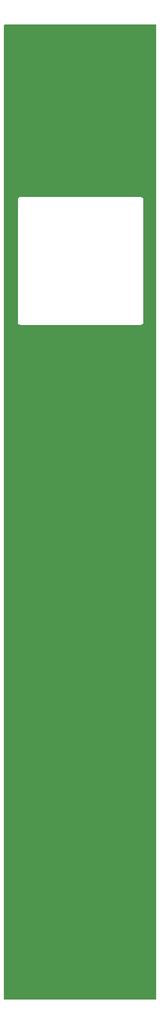
<source format=gbr>
%TF.GenerationSoftware,KiCad,Pcbnew,7.0.1*%
%TF.CreationDate,2023-03-30T11:00:37+01:00*%
%TF.ProjectId,Base_Panel,42617365-5f50-4616-9e65-6c2e6b696361,rev?*%
%TF.SameCoordinates,Original*%
%TF.FileFunction,Copper,L1,Top*%
%TF.FilePolarity,Positive*%
%FSLAX46Y46*%
G04 Gerber Fmt 4.6, Leading zero omitted, Abs format (unit mm)*
G04 Created by KiCad (PCBNEW 7.0.1) date 2023-03-30 11:00:37*
%MOMM*%
%LPD*%
G01*
G04 APERTURE LIST*
G04 APERTURE END LIST*
%TA.AperFunction,NonConductor*%
G36*
X69336500Y-41017381D02*
G01*
X69382619Y-41063500D01*
X69399500Y-41126500D01*
X69399500Y-169173500D01*
X69382619Y-169236500D01*
X69336500Y-169282619D01*
X69273500Y-169299500D01*
X49426500Y-169299500D01*
X49363500Y-169282619D01*
X49317381Y-169236500D01*
X49300500Y-169173500D01*
X49300500Y-80168260D01*
X51137973Y-80168260D01*
X51161387Y-80268185D01*
X51188794Y-80319500D01*
X51209739Y-80358716D01*
X51279766Y-80433748D01*
X51366748Y-80488224D01*
X51464823Y-80518471D01*
X51484721Y-80519228D01*
X51491861Y-80520500D01*
X51504083Y-80520500D01*
X51515626Y-80520500D01*
X51520510Y-80520594D01*
X51543012Y-80521468D01*
X51543012Y-80521467D01*
X51550236Y-80521748D01*
X51561387Y-80520500D01*
X67273651Y-80520500D01*
X67280917Y-80520710D01*
X67284334Y-80520907D01*
X67328591Y-80523464D01*
X67435269Y-80499953D01*
X67531502Y-80448259D01*
X67610002Y-80372293D01*
X67664826Y-80277809D01*
X67691824Y-80171959D01*
X67690538Y-80120329D01*
X67690500Y-80117195D01*
X67690500Y-64122211D01*
X67691311Y-64115475D01*
X67690531Y-64080299D01*
X67690500Y-64077505D01*
X67690500Y-64048919D01*
X67689705Y-64044233D01*
X67689289Y-64024560D01*
X67662409Y-63931784D01*
X67659665Y-63922312D01*
X67604766Y-63831110D01*
X67528275Y-63757072D01*
X67435331Y-63705174D01*
X67332175Y-63678899D01*
X67332174Y-63678899D01*
X67296173Y-63679309D01*
X67280179Y-63679492D01*
X67278743Y-63679500D01*
X51561236Y-63679500D01*
X51549178Y-63678171D01*
X51520525Y-63679387D01*
X51515186Y-63679500D01*
X51492289Y-63679500D01*
X51484957Y-63680814D01*
X51464557Y-63681653D01*
X51366731Y-63712084D01*
X51279973Y-63766570D01*
X51210074Y-63841471D01*
X51161708Y-63931782D01*
X51161708Y-63931784D01*
X51139741Y-64024557D01*
X51138102Y-64031477D01*
X51139451Y-64079645D01*
X51139500Y-64083172D01*
X51139500Y-80116948D01*
X51139440Y-80120843D01*
X51137973Y-80168260D01*
X49300500Y-80168260D01*
X49300500Y-41126500D01*
X49317381Y-41063500D01*
X49363500Y-41017381D01*
X49426500Y-41000500D01*
X69273500Y-41000500D01*
X69336500Y-41017381D01*
G37*
%TD.AperFunction*%
M02*

</source>
